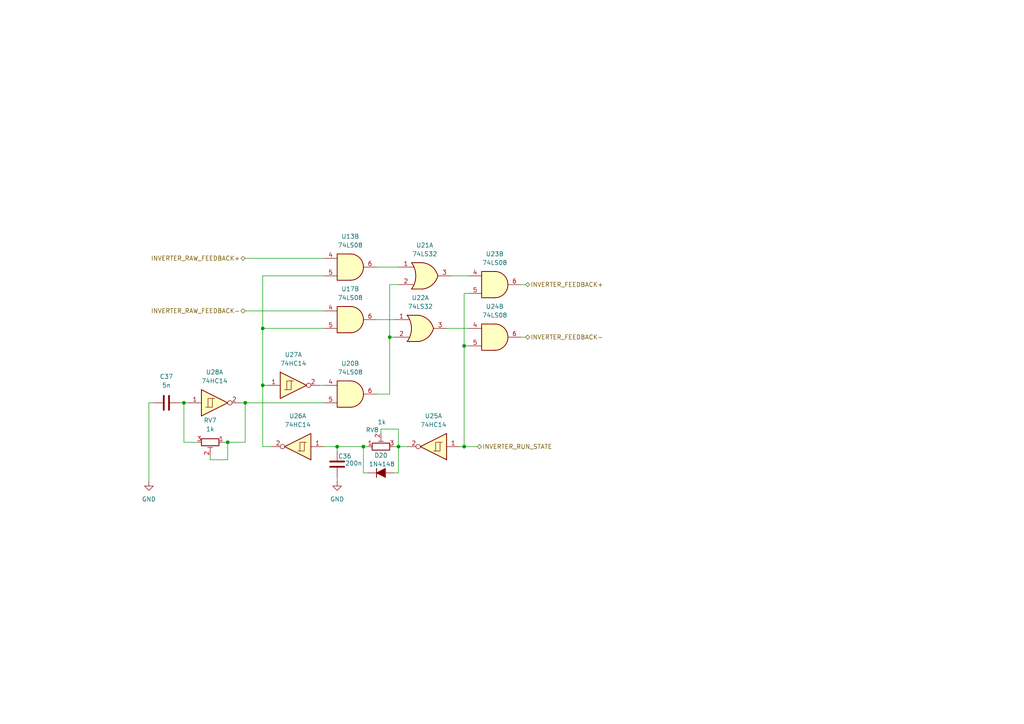
<source format=kicad_sch>
(kicad_sch (version 20250114) (generator "eeschema") (generator_version "9.0")
  (paper "A4")
  (lib_symbols
    (symbol "74xx:74HC14" (pin_names (offset 1.016))
      (property "Reference" "U" (at 0 1.27 0))
      (property "Value" "74HC14" (at 0 -1.27 0))
      (symbol "74HC14_1_0"
        (polyline (pts (xy -3.81 3.81) (xy -3.81 -3.81) (xy 3.81 0) (xy -3.81 3.81)) (stroke (width 0.254)) (fill (type background)))
        (pin input line (at -7.62 0 0) (length 3.81) (name "~") (number "1"))
        (pin output inverted (at 7.62 0 180) (length 3.81) (name "~") (number "2"))
      )
      (symbol "74HC14_1_1"
        (polyline (pts (xy -2.54 -1.27) (xy -0.635 -1.27) (xy -0.635 1.27) (xy 0 1.27)))
        (polyline (pts (xy -1.905 -1.27) (xy -1.905 1.27) (xy -0.635 1.27)))
      )
      (symbol "74HC14_2_0"
        (polyline (pts (xy -3.81 3.81) (xy -3.81 -3.81) (xy 3.81 0) (xy -3.81 3.81)) (stroke (width 0.254)) (fill (type background)))
        (pin input line (at -7.62 0 0) (length 3.81) (name "~") (number "3"))
        (pin output inverted (at 7.62 0 180) (length 3.81) (name "~") (number "4"))
      )
      (symbol "74HC14_2_1"
        (polyline (pts (xy -2.54 -1.27) (xy -0.635 -1.27) (xy -0.635 1.27) (xy 0 1.27)))
        (polyline (pts (xy -1.905 -1.27) (xy -1.905 1.27) (xy -0.635 1.27)))
      )
      (symbol "74HC14_3_0"
        (polyline (pts (xy -3.81 3.81) (xy -3.81 -3.81) (xy 3.81 0) (xy -3.81 3.81)) (stroke (width 0.254)) (fill (type background)))
        (pin input line (at -7.62 0 0) (length 3.81) (name "~") (number "5"))
        (pin output inverted (at 7.62 0 180) (length 3.81) (name "~") (number "6"))
      )
      (symbol "74HC14_3_1"
        (polyline (pts (xy -2.54 -1.27) (xy -0.635 -1.27) (xy -0.635 1.27) (xy 0 1.27)))
        (polyline (pts (xy -1.905 -1.27) (xy -1.905 1.27) (xy -0.635 1.27)))
      )
      (symbol "74HC14_4_0"
        (polyline (pts (xy -3.81 3.81) (xy -3.81 -3.81) (xy 3.81 0) (xy -3.81 3.81)) (stroke (width 0.254)) (fill (type background)))
        (pin input line (at -7.62 0 0) (length 3.81) (name "~") (number "9"))
        (pin output inverted (at 7.62 0 180) (length 3.81) (name "~") (number "8"))
      )
      (symbol "74HC14_4_1"
        (polyline (pts (xy -2.54 -1.27) (xy -0.635 -1.27) (xy -0.635 1.27) (xy 0 1.27)))
        (polyline (pts (xy -1.905 -1.27) (xy -1.905 1.27) (xy -0.635 1.27)))
      )
      (symbol "74HC14_5_0"
        (polyline (pts (xy -3.81 3.81) (xy -3.81 -3.81) (xy 3.81 0) (xy -3.81 3.81)) (stroke (width 0.254)) (fill (type background)))
        (pin input line (at -7.62 0 0) (length 3.81) (name "~") (number "11"))
        (pin output inverted (at 7.62 0 180) (length 3.81) (name "~") (number "10"))
      )
      (symbol "74HC14_5_1"
        (polyline (pts (xy -2.54 -1.27) (xy -0.635 -1.27) (xy -0.635 1.27) (xy 0 1.27)))
        (polyline (pts (xy -1.905 -1.27) (xy -1.905 1.27) (xy -0.635 1.27)))
      )
      (symbol "74HC14_6_0"
        (polyline (pts (xy -3.81 3.81) (xy -3.81 -3.81) (xy 3.81 0) (xy -3.81 3.81)) (stroke (width 0.254)) (fill (type background)))
        (pin input line (at -7.62 0 0) (length 3.81) (name "~") (number "13"))
        (pin output inverted (at 7.62 0 180) (length 3.81) (name "~") (number "12"))
      )
      (symbol "74HC14_6_1"
        (polyline (pts (xy -2.54 -1.27) (xy -0.635 -1.27) (xy -0.635 1.27) (xy 0 1.27)))
        (polyline (pts (xy -1.905 -1.27) (xy -1.905 1.27) (xy -0.635 1.27)))
      )
      (symbol "74HC14_7_0"
        (pin power_in line (at 0 12.7 270) (length 5.08) (name "VCC") (number "14"))
        (pin power_in line (at 0 -12.7 90) (length 5.08) (name "GND") (number "7"))
      )
      (symbol "74HC14_7_1"
        (rectangle (start -5.08 7.62) (end 5.08 -7.62) (stroke (width 0.254)) (fill (type background)))
      )
    )
    (symbol "74xx:74LS08" (pin_names (offset 1.016))
      (property "Reference" "U" (at 0 1.27 0))
      (property "Value" "74LS08" (at 0 -1.27 0))
      (symbol "74LS08_1_1"
        (arc (start 0 3.81) (mid 3.7934 0) (end 0 -3.81) (stroke (width 0.254)) (fill (type background)))
        (polyline (pts (xy 0 3.81) (xy -3.81 3.81) (xy -3.81 -3.81) (xy 0 -3.81)) (stroke (width 0.254)) (fill (type background)))
        (pin input line (at -7.62 2.54 0) (length 3.81) (name "~") (number "1"))
        (pin input line (at -7.62 -2.54 0) (length 3.81) (name "~") (number "2"))
        (pin output line (at 7.62 0 180) (length 3.81) (name "~") (number "3"))
      )
      (symbol "74LS08_1_2"
        (arc (start -3.81 3.81) (mid -2.589 0) (end -3.81 -3.81) (stroke (width 0.254)))
        (polyline (pts (xy -3.81 3.81) (xy -0.635 3.81)) (stroke (width 0.254)) (fill (type background)))
        (polyline (pts (xy -3.81 -3.81) (xy -0.635 -3.81)) (stroke (width 0.254)) (fill (type background)))
        (arc (start 3.81 0) (mid 2.1855 -2.584) (end -0.6096 -3.81) (stroke (width 0.254)) (fill (type background)))
        (arc (start -0.6096 3.81) (mid 2.1928 2.5924) (end 3.81 0) (stroke (width 0.254)) (fill (type background)))
        (polyline (pts (xy -0.635 3.81) (xy -3.81 3.81) (xy -3.81 3.81) (xy -3.556 3.4036) (xy -3.0226 2.2606) (xy -2.6924 1.0414) (xy -2.6162 -0.254) (xy -2.7686 -1.4986) (xy -3.175 -2.7178) (xy -3.81 -3.81) (xy -3.81 -3.81) (xy -0.635 -3.81)) (stroke (width -25.4)) (fill (type background)))
        (pin input inverted (at -7.62 2.54 0) (length 4.318) (name "~") (number "1"))
        (pin input inverted (at -7.62 -2.54 0) (length 4.318) (name "~") (number "2"))
        (pin output inverted (at 7.62 0 180) (length 3.81) (name "~") (number "3"))
      )
      (symbol "74LS08_2_1"
        (arc (start 0 3.81) (mid 3.7934 0) (end 0 -3.81) (stroke (width 0.254)) (fill (type background)))
        (polyline (pts (xy 0 3.81) (xy -3.81 3.81) (xy -3.81 -3.81) (xy 0 -3.81)) (stroke (width 0.254)) (fill (type background)))
        (pin input line (at -7.62 2.54 0) (length 3.81) (name "~") (number "4"))
        (pin input line (at -7.62 -2.54 0) (length 3.81) (name "~") (number "5"))
        (pin output line (at 7.62 0 180) (length 3.81) (name "~") (number "6"))
      )
      (symbol "74LS08_2_2"
        (arc (start -3.81 3.81) (mid -2.589 0) (end -3.81 -3.81) (stroke (width 0.254)))
        (polyline (pts (xy -3.81 3.81) (xy -0.635 3.81)) (stroke (width 0.254)) (fill (type background)))
        (polyline (pts (xy -3.81 -3.81) (xy -0.635 -3.81)) (stroke (width 0.254)) (fill (type background)))
        (arc (start 3.81 0) (mid 2.1855 -2.584) (end -0.6096 -3.81) (stroke (width 0.254)) (fill (type background)))
        (arc (start -0.6096 3.81) (mid 2.1928 2.5924) (end 3.81 0) (stroke (width 0.254)) (fill (type background)))
        (polyline (pts (xy -0.635 3.81) (xy -3.81 3.81) (xy -3.81 3.81) (xy -3.556 3.4036) (xy -3.0226 2.2606) (xy -2.6924 1.0414) (xy -2.6162 -0.254) (xy -2.7686 -1.4986) (xy -3.175 -2.7178) (xy -3.81 -3.81) (xy -3.81 -3.81) (xy -0.635 -3.81)) (stroke (width -25.4)) (fill (type background)))
        (pin input inverted (at -7.62 2.54 0) (length 4.318) (name "~") (number "4"))
        (pin input inverted (at -7.62 -2.54 0) (length 4.318) (name "~") (number "5"))
        (pin output inverted (at 7.62 0 180) (length 3.81) (name "~") (number "6"))
      )
      (symbol "74LS08_3_1"
        (arc (start 0 3.81) (mid 3.7934 0) (end 0 -3.81) (stroke (width 0.254)) (fill (type background)))
        (polyline (pts (xy 0 3.81) (xy -3.81 3.81) (xy -3.81 -3.81) (xy 0 -3.81)) (stroke (width 0.254)) (fill (type background)))
        (pin input line (at -7.62 2.54 0) (length 3.81) (name "~") (number "9"))
        (pin input line (at -7.62 -2.54 0) (length 3.81) (name "~") (number "10"))
        (pin output line (at 7.62 0 180) (length 3.81) (name "~") (number "8"))
      )
      (symbol "74LS08_3_2"
        (arc (start -3.81 3.81) (mid -2.589 0) (end -3.81 -3.81) (stroke (width 0.254)))
        (polyline (pts (xy -3.81 3.81) (xy -0.635 3.81)) (stroke (width 0.254)) (fill (type background)))
        (polyline (pts (xy -3.81 -3.81) (xy -0.635 -3.81)) (stroke (width 0.254)) (fill (type background)))
        (arc (start 3.81 0) (mid 2.1855 -2.584) (end -0.6096 -3.81) (stroke (width 0.254)) (fill (type background)))
        (arc (start -0.6096 3.81) (mid 2.1928 2.5924) (end 3.81 0) (stroke (width 0.254)) (fill (type background)))
        (polyline (pts (xy -0.635 3.81) (xy -3.81 3.81) (xy -3.81 3.81) (xy -3.556 3.4036) (xy -3.0226 2.2606) (xy -2.6924 1.0414) (xy -2.6162 -0.254) (xy -2.7686 -1.4986) (xy -3.175 -2.7178) (xy -3.81 -3.81) (xy -3.81 -3.81) (xy -0.635 -3.81)) (stroke (width -25.4)) (fill (type background)))
        (pin input inverted (at -7.62 2.54 0) (length 4.318) (name "~") (number "9"))
        (pin input inverted (at -7.62 -2.54 0) (length 4.318) (name "~") (number "10"))
        (pin output inverted (at 7.62 0 180) (length 3.81) (name "~") (number "8"))
      )
      (symbol "74LS08_4_1"
        (arc (start 0 3.81) (mid 3.7934 0) (end 0 -3.81) (stroke (width 0.254)) (fill (type background)))
        (polyline (pts (xy 0 3.81) (xy -3.81 3.81) (xy -3.81 -3.81) (xy 0 -3.81)) (stroke (width 0.254)) (fill (type background)))
        (pin input line (at -7.62 2.54 0) (length 3.81) (name "~") (number "12"))
        (pin input line (at -7.62 -2.54 0) (length 3.81) (name "~") (number "13"))
        (pin output line (at 7.62 0 180) (length 3.81) (name "~") (number "11"))
      )
      (symbol "74LS08_4_2"
        (arc (start -3.81 3.81) (mid -2.589 0) (end -3.81 -3.81) (stroke (width 0.254)))
        (polyline (pts (xy -3.81 3.81) (xy -0.635 3.81)) (stroke (width 0.254)) (fill (type background)))
        (polyline (pts (xy -3.81 -3.81) (xy -0.635 -3.81)) (stroke (width 0.254)) (fill (type background)))
        (arc (start 3.81 0) (mid 2.1855 -2.584) (end -0.6096 -3.81) (stroke (width 0.254)) (fill (type background)))
        (arc (start -0.6096 3.81) (mid 2.1928 2.5924) (end 3.81 0) (stroke (width 0.254)) (fill (type background)))
        (polyline (pts (xy -0.635 3.81) (xy -3.81 3.81) (xy -3.81 3.81) (xy -3.556 3.4036) (xy -3.0226 2.2606) (xy -2.6924 1.0414) (xy -2.6162 -0.254) (xy -2.7686 -1.4986) (xy -3.175 -2.7178) (xy -3.81 -3.81) (xy -3.81 -3.81) (xy -0.635 -3.81)) (stroke (width -25.4)) (fill (type background)))
        (pin input inverted (at -7.62 2.54 0) (length 4.318) (name "~") (number "12"))
        (pin input inverted (at -7.62 -2.54 0) (length 4.318) (name "~") (number "13"))
        (pin output inverted (at 7.62 0 180) (length 3.81) (name "~") (number "11"))
      )
      (symbol "74LS08_5_0"
        (pin power_in line (at 0 12.7 270) (length 5.08) (name "VCC") (number "14"))
        (pin power_in line (at 0 -12.7 90) (length 5.08) (name "GND") (number "7"))
      )
      (symbol "74LS08_5_1"
        (rectangle (start -5.08 7.62) (end 5.08 -7.62) (stroke (width 0.254)) (fill (type background)))
      )
    )
    (symbol "74xx:74LS32" (pin_names (offset 1.016))
      (property "Reference" "U" (at 0 1.27 0))
      (property "Value" "74LS32" (at 0 -1.27 0))
      (symbol "74LS32_1_1"
        (arc (start -3.81 3.81) (mid -2.589 0) (end -3.81 -3.81) (stroke (width 0.254)))
        (polyline (pts (xy -3.81 3.81) (xy -0.635 3.81)) (stroke (width 0.254)) (fill (type background)))
        (polyline (pts (xy -3.81 -3.81) (xy -0.635 -3.81)) (stroke (width 0.254)) (fill (type background)))
        (arc (start 3.81 0) (mid 2.1855 -2.584) (end -0.6096 -3.81) (stroke (width 0.254)) (fill (type background)))
        (arc (start -0.6096 3.81) (mid 2.1928 2.5924) (end 3.81 0) (stroke (width 0.254)) (fill (type background)))
        (polyline (pts (xy -0.635 3.81) (xy -3.81 3.81) (xy -3.81 3.81) (xy -3.556 3.4036) (xy -3.0226 2.2606) (xy -2.6924 1.0414) (xy -2.6162 -0.254) (xy -2.7686 -1.4986) (xy -3.175 -2.7178) (xy -3.81 -3.81) (xy -3.81 -3.81) (xy -0.635 -3.81)) (stroke (width -25.4)) (fill (type background)))
        (pin input line (at -7.62 2.54 0) (length 4.318) (name "~") (number "1"))
        (pin input line (at -7.62 -2.54 0) (length 4.318) (name "~") (number "2"))
        (pin output line (at 7.62 0 180) (length 3.81) (name "~") (number "3"))
      )
      (symbol "74LS32_1_2"
        (arc (start 0 3.81) (mid 3.7934 0) (end 0 -3.81) (stroke (width 0.254)) (fill (type background)))
        (polyline (pts (xy 0 3.81) (xy -3.81 3.81) (xy -3.81 -3.81) (xy 0 -3.81)) (stroke (width 0.254)) (fill (type background)))
        (pin input inverted (at -7.62 2.54 0) (length 3.81) (name "~") (number "1"))
        (pin input inverted (at -7.62 -2.54 0) (length 3.81) (name "~") (number "2"))
        (pin output inverted (at 7.62 0 180) (length 3.81) (name "~") (number "3"))
      )
      (symbol "74LS32_2_1"
        (arc (start -3.81 3.81) (mid -2.589 0) (end -3.81 -3.81) (stroke (width 0.254)))
        (polyline (pts (xy -3.81 3.81) (xy -0.635 3.81)) (stroke (width 0.254)) (fill (type background)))
        (polyline (pts (xy -3.81 -3.81) (xy -0.635 -3.81)) (stroke (width 0.254)) (fill (type background)))
        (arc (start 3.81 0) (mid 2.1855 -2.584) (end -0.6096 -3.81) (stroke (width 0.254)) (fill (type background)))
        (arc (start -0.6096 3.81) (mid 2.1928 2.5924) (end 3.81 0) (stroke (width 0.254)) (fill (type background)))
        (polyline (pts (xy -0.635 3.81) (xy -3.81 3.81) (xy -3.81 3.81) (xy -3.556 3.4036) (xy -3.0226 2.2606) (xy -2.6924 1.0414) (xy -2.6162 -0.254) (xy -2.7686 -1.4986) (xy -3.175 -2.7178) (xy -3.81 -3.81) (xy -3.81 -3.81) (xy -0.635 -3.81)) (stroke (width -25.4)) (fill (type background)))
        (pin input line (at -7.62 2.54 0) (length 4.318) (name "~") (number "4"))
        (pin input line (at -7.62 -2.54 0) (length 4.318) (name "~") (number "5"))
        (pin output line (at 7.62 0 180) (length 3.81) (name "~") (number "6"))
      )
      (symbol "74LS32_2_2"
        (arc (start 0 3.81) (mid 3.7934 0) (end 0 -3.81) (stroke (width 0.254)) (fill (type background)))
        (polyline (pts (xy 0 3.81) (xy -3.81 3.81) (xy -3.81 -3.81) (xy 0 -3.81)) (stroke (width 0.254)) (fill (type background)))
        (pin input inverted (at -7.62 2.54 0) (length 3.81) (name "~") (number "4"))
        (pin input inverted (at -7.62 -2.54 0) (length 3.81) (name "~") (number "5"))
        (pin output inverted (at 7.62 0 180) (length 3.81) (name "~") (number "6"))
      )
      (symbol "74LS32_3_1"
        (arc (start -3.81 3.81) (mid -2.589 0) (end -3.81 -3.81) (stroke (width 0.254)))
        (polyline (pts (xy -3.81 3.81) (xy -0.635 3.81)) (stroke (width 0.254)) (fill (type background)))
        (polyline (pts (xy -3.81 -3.81) (xy -0.635 -3.81)) (stroke (width 0.254)) (fill (type background)))
        (arc (start 3.81 0) (mid 2.1855 -2.584) (end -0.6096 -3.81) (stroke (width 0.254)) (fill (type background)))
        (arc (start -0.6096 3.81) (mid 2.1928 2.5924) (end 3.81 0) (stroke (width 0.254)) (fill (type background)))
        (polyline (pts (xy -0.635 3.81) (xy -3.81 3.81) (xy -3.81 3.81) (xy -3.556 3.4036) (xy -3.0226 2.2606) (xy -2.6924 1.0414) (xy -2.6162 -0.254) (xy -2.7686 -1.4986) (xy -3.175 -2.7178) (xy -3.81 -3.81) (xy -3.81 -3.81) (xy -0.635 -3.81)) (stroke (width -25.4)) (fill (type background)))
        (pin input line (at -7.62 2.54 0) (length 4.318) (name "~") (number "9"))
        (pin input line (at -7.62 -2.54 0) (length 4.318) (name "~") (number "10"))
        (pin output line (at 7.62 0 180) (length 3.81) (name "~") (number "8"))
      )
      (symbol "74LS32_3_2"
        (arc (start 0 3.81) (mid 3.7934 0) (end 0 -3.81) (stroke (width 0.254)) (fill (type background)))
        (polyline (pts (xy 0 3.81) (xy -3.81 3.81) (xy -3.81 -3.81) (xy 0 -3.81)) (stroke (width 0.254)) (fill (type background)))
        (pin input inverted (at -7.62 2.54 0) (length 3.81) (name "~") (number "9"))
        (pin input inverted (at -7.62 -2.54 0) (length 3.81) (name "~") (number "10"))
        (pin output inverted (at 7.62 0 180) (length 3.81) (name "~") (number "8"))
      )
      (symbol "74LS32_4_1"
        (arc (start -3.81 3.81) (mid -2.589 0) (end -3.81 -3.81) (stroke (width 0.254)))
        (polyline (pts (xy -3.81 3.81) (xy -0.635 3.81)) (stroke (width 0.254)) (fill (type background)))
        (polyline (pts (xy -3.81 -3.81) (xy -0.635 -3.81)) (stroke (width 0.254)) (fill (type background)))
        (arc (start 3.81 0) (mid 2.1855 -2.584) (end -0.6096 -3.81) (stroke (width 0.254)) (fill (type background)))
        (arc (start -0.6096 3.81) (mid 2.1928 2.5924) (end 3.81 0) (stroke (width 0.254)) (fill (type background)))
        (polyline (pts (xy -0.635 3.81) (xy -3.81 3.81) (xy -3.81 3.81) (xy -3.556 3.4036) (xy -3.0226 2.2606) (xy -2.6924 1.0414) (xy -2.6162 -0.254) (xy -2.7686 -1.4986) (xy -3.175 -2.7178) (xy -3.81 -3.81) (xy -3.81 -3.81) (xy -0.635 -3.81)) (stroke (width -25.4)) (fill (type background)))
        (pin input line (at -7.62 2.54 0) (length 4.318) (name "~") (number "12"))
        (pin input line (at -7.62 -2.54 0) (length 4.318) (name "~") (number "13"))
        (pin output line (at 7.62 0 180) (length 3.81) (name "~") (number "11"))
      )
      (symbol "74LS32_4_2"
        (arc (start 0 3.81) (mid 3.7934 0) (end 0 -3.81) (stroke (width 0.254)) (fill (type background)))
        (polyline (pts (xy 0 3.81) (xy -3.81 3.81) (xy -3.81 -3.81) (xy 0 -3.81)) (stroke (width 0.254)) (fill (type background)))
        (pin input inverted (at -7.62 2.54 0) (length 3.81) (name "~") (number "12"))
        (pin input inverted (at -7.62 -2.54 0) (length 3.81) (name "~") (number "13"))
        (pin output inverted (at 7.62 0 180) (length 3.81) (name "~") (number "11"))
      )
      (symbol "74LS32_5_0"
        (pin power_in line (at 0 12.7 270) (length 5.08) (name "VCC") (number "14"))
        (pin power_in line (at 0 -12.7 90) (length 5.08) (name "GND") (number "7"))
      )
      (symbol "74LS32_5_1"
        (rectangle (start -5.08 7.62) (end 5.08 -7.62) (stroke (width 0.254)) (fill (type background)))
      )
    )
    (symbol "Device:C" (pin_numbers (hide yes)) (pin_names (offset 0.254))
      (property "Reference" "C" (at 0.635 2.54 0))
      (property "Value" "C" (at 0.635 -2.54 0))
      (symbol "C_0_1"
        (polyline (pts (xy -2.032 0.762) (xy 2.032 0.762)) (stroke (width 0.508)))
        (polyline (pts (xy -2.032 -0.762) (xy 2.032 -0.762)) (stroke (width 0.508)))
      )
      (symbol "C_1_1"
        (pin passive line (at 0 3.81 270) (length 2.794) (name "~") (number "1"))
        (pin passive line (at 0 -3.81 90) (length 2.794) (name "~") (number "2"))
      )
    )
    (symbol "Device:R_Potentiometer_Trim" (pin_names (offset 1.016) (hide yes))
      (property "Reference" "RV" (at -4.445 0 90))
      (property "Value" "R_Potentiometer_Trim" (at -2.54 0 90))
      (symbol "R_Potentiometer_Trim_0_1"
        (rectangle (start 1.016 2.54) (end -1.016 -2.54) (stroke (width 0.254)))
        (polyline (pts (xy 1.524 0.762) (xy 1.524 -0.762)))
        (polyline (pts (xy 2.54 0) (xy 1.524 0)))
      )
      (symbol "R_Potentiometer_Trim_1_1"
        (pin passive line (at 0 3.81 270) (length 1.27) (name "1") (number "1"))
        (pin passive line (at 0 -3.81 90) (length 1.27) (name "3") (number "3"))
        (pin passive line (at 3.81 0 180) (length 1.27) (name "2") (number "2"))
      )
    )
    (symbol "PCM_Diode_AKL:1N4148" (pin_numbers (hide yes)) (pin_names (offset 1.016) (hide yes))
      (property "Reference" "D" (at 0 5.08 0))
      (property "Value" "1N4148" (at 0 2.54 0))
      (symbol "1N4148_0_1"
        (polyline (pts (xy -1.27 1.27) (xy -1.27 -1.27) (xy 1.27 0) (xy -1.27 1.27)) (stroke (width 0.254)) (fill (type outline)))
        (polyline (pts (xy -1.27 0) (xy 1.27 0)))
        (polyline (pts (xy 1.27 1.27) (xy 1.27 -1.27)) (stroke (width 0.254)))
      )
      (symbol "1N4148_0_2"
        (polyline (pts (xy -2.54 -2.54) (xy 2.54 2.54)))
        (polyline (pts (xy -0.889 -0.889) (xy -1.778 0) (xy 0.889 0.889) (xy 0 -1.778) (xy -0.889 -0.889)) (stroke (width 0.254)) (fill (type outline)))
        (polyline (pts (xy 0 1.778) (xy 1.778 0)) (stroke (width 0.254)))
      )
      (symbol "1N4148_1_1"
        (pin passive line (at -3.81 0 0) (length 2.54) (name "A") (number "2"))
        (pin passive line (at 3.81 0 180) (length 2.54) (name "K") (number "1"))
      )
      (symbol "1N4148_1_2"
        (pin passive line (at -2.54 -2.54 0) (length 0) (name "A") (number "2"))
        (pin passive line (at 2.54 2.54 180) (length 0) (name "K") (number "1"))
      )
    )
    (symbol "power:GND" (power) (pin_numbers (hide yes)) (pin_names (offset 0) (hide yes))
      (property "Value" "GND" (at 0 -3.81 0))
      (symbol "GND_0_1"
        (polyline (pts (xy 0 0) (xy 0 -1.27) (xy 1.27 -1.27) (xy 0 -2.54) (xy -1.27 -1.27) (xy 0 -1.27)))
      )
      (symbol "GND_1_1"
        (pin power_in line (at 0 0 270) (length 0) (name "~") (number "1"))
      )
    )
  )
  (junction (at 71.12 116.84))
  (junction (at 115.57 129.54))
  (junction (at 134.62 129.54))
  (junction (at 97.79 129.54))
  (junction (at 66.04 128.27))
  (junction (at 113.03 97.79))
  (junction (at 105.41 129.54))
  (junction (at 76.2 95.25))
  (junction (at 134.62 100.33))
  (junction (at 53.34 116.84))
  (junction (at 76.2 111.76))
  (wire (pts (xy 134.62 85.09) (xy 134.62 100.33)))
  (wire (pts (xy 92.71 111.76) (xy 93.98 111.76)))
  (wire (pts (xy 66.04 128.27) (xy 71.12 128.27)))
  (wire (pts (xy 110.49 124.46) (xy 115.57 124.46)))
  (wire (pts (xy 60.96 133.35) (xy 66.04 133.35)))
  (wire (pts (xy 76.2 80.01) (xy 93.98 80.01)))
  (wire (pts (xy 57.15 128.27) (xy 53.34 128.27)))
  (wire (pts (xy 76.2 95.25) (xy 93.98 95.25)))
  (wire (pts (xy 115.57 124.46) (xy 115.57 129.54)))
  (wire (pts (xy 78.74 129.54) (xy 76.2 129.54)))
  (wire (pts (xy 109.22 77.47) (xy 115.57 77.47)))
  (wire (pts (xy 97.79 129.54) (xy 105.41 129.54)))
  (wire (pts (xy 113.03 82.55) (xy 115.57 82.55)))
  (wire (pts (xy 151.13 97.79) (xy 152.4 97.79)))
  (wire (pts (xy 69.85 116.84) (xy 71.12 116.84)))
  (wire (pts (xy 71.12 116.84) (xy 93.98 116.84)))
  (wire (pts (xy 138.43 129.54) (xy 134.62 129.54)))
  (wire (pts (xy 105.41 137.16) (xy 106.68 137.16)))
  (wire (pts (xy 133.35 129.54) (xy 134.62 129.54)))
  (wire (pts (xy 151.13 82.55) (xy 152.4 82.55)))
  (wire (pts (xy 130.81 80.01) (xy 135.89 80.01)))
  (wire (pts (xy 114.3 129.54) (xy 115.57 129.54)))
  (wire (pts (xy 93.98 129.54) (xy 97.79 129.54)))
  (wire (pts (xy 97.79 138.43) (xy 97.79 139.7)))
  (wire (pts (xy 76.2 111.76) (xy 76.2 129.54)))
  (wire (pts (xy 76.2 111.76) (xy 77.47 111.76)))
  (wire (pts (xy 135.89 85.09) (xy 134.62 85.09)))
  (wire (pts (xy 76.2 95.25) (xy 76.2 80.01)))
  (wire (pts (xy 115.57 137.16) (xy 114.3 137.16)))
  (wire (pts (xy 53.34 128.27) (xy 53.34 116.84)))
  (wire (pts (xy 71.12 128.27) (xy 71.12 116.84)))
  (wire (pts (xy 64.77 128.27) (xy 66.04 128.27)))
  (wire (pts (xy 113.03 97.79) (xy 114.3 97.79)))
  (wire (pts (xy 43.18 116.84) (xy 44.45 116.84)))
  (wire (pts (xy 53.34 116.84) (xy 54.61 116.84)))
  (wire (pts (xy 105.41 129.54) (xy 105.41 137.16)))
  (wire (pts (xy 43.18 116.84) (xy 43.18 139.7)))
  (wire (pts (xy 134.62 100.33) (xy 135.89 100.33)))
  (wire (pts (xy 109.22 114.3) (xy 113.03 114.3)))
  (wire (pts (xy 115.57 129.54) (xy 118.11 129.54)))
  (wire (pts (xy 110.49 125.73) (xy 110.49 124.46)))
  (wire (pts (xy 66.04 133.35) (xy 66.04 128.27)))
  (wire (pts (xy 60.96 133.35) (xy 60.96 132.08)))
  (wire (pts (xy 134.62 100.33) (xy 134.62 129.54)))
  (wire (pts (xy 71.12 90.17) (xy 93.98 90.17)))
  (wire (pts (xy 113.03 97.79) (xy 113.03 82.55)))
  (wire (pts (xy 106.68 129.54) (xy 105.41 129.54)))
  (wire (pts (xy 71.12 74.93) (xy 93.98 74.93)))
  (wire (pts (xy 52.07 116.84) (xy 53.34 116.84)))
  (wire (pts (xy 115.57 129.54) (xy 115.57 137.16)))
  (wire (pts (xy 97.79 130.81) (xy 97.79 129.54)))
  (wire (pts (xy 113.03 114.3) (xy 113.03 97.79)))
  (wire (pts (xy 109.22 92.71) (xy 114.3 92.71)))
  (wire (pts (xy 76.2 111.76) (xy 76.2 95.25)))
  (wire (pts (xy 129.54 95.25) (xy 135.89 95.25)))
  (hierarchical_label "INVERTER_FEEDBACK+" (shape bidirectional) (at 152.4 82.55 0))
  (hierarchical_label "INVERTER_RUN_STATE" (shape bidirectional) (at 138.43 129.54 0))
  (hierarchical_label "INVERTER_FEEDBACK-" (shape bidirectional) (at 152.4 97.79 0))
  (hierarchical_label "INVERTER_RAW_FEEDBACK-" (shape bidirectional) (at 71.12 90.17 180))
  (hierarchical_label "INVERTER_RAW_FEEDBACK+" (shape bidirectional) (at 71.12 74.93 180))
  (symbol (lib_id "power:GND") (at 97.79 139.7 0) (unit 1)
    (property "Reference" "#PWR048" (effects (hide yes)))
    (property "Value" "GND" (at 97.79 144.78 0))
    (property "Description" "Power symbol creates a global label with name \"GND\" , ground" (effects (hide yes)))
  )
  (symbol (lib_id "74xx:74LS08") (at 101.6 77.47 0) (unit 2)
    (property "Reference" "U13" (at 101.5917 68.58 0))
    (property "Value" "74LS08" (at 101.5917 71.12 0))
    (property "Datasheet" "http://www.ti.com/lit/gpn/sn74LS08" (effects (hide yes)))
    (property "Description" "Quad And2" (effects (hide yes)))
  )
  (symbol (lib_id "power:GND") (at 43.18 139.7 0) (unit 1)
    (property "Reference" "#PWR049" (effects (hide yes)))
    (property "Value" "GND" (at 43.18 144.78 0))
    (property "Description" "Power symbol creates a global label with name \"GND\" , ground" (effects (hide yes)))
  )
  (symbol (lib_id "74xx:74LS32") (at 123.19 80.01 0) (unit 1)
    (property "Reference" "U21" (at 123.19 71.12 0))
    (property "Value" "74LS32" (at 123.19 73.66 0))
    (property "Datasheet" "http://www.ti.com/lit/gpn/sn74LS32" (effects (hide yes)))
    (property "Description" "Quad 2-input OR" (effects (hide yes)))
  )
  (symbol (lib_id "74xx:74LS08") (at 143.51 97.79 0) (unit 2)
    (property "Reference" "U24" (at 143.5017 88.9 0))
    (property "Value" "74LS08" (at 143.5017 91.44 0))
    (property "Datasheet" "http://www.ti.com/lit/gpn/sn74LS08" (effects (hide yes)))
    (property "Description" "Quad And2" (effects (hide yes)))
  )
  (symbol (lib_id "74xx:74LS08") (at 143.51 82.55 0) (unit 2)
    (property "Reference" "U23" (at 143.5017 73.66 0))
    (property "Value" "74LS08" (at 143.5017 76.2 0))
    (property "Datasheet" "http://www.ti.com/lit/gpn/sn74LS08" (effects (hide yes)))
    (property "Description" "Quad And2" (effects (hide yes)))
  )
  (symbol (lib_id "Device:C") (at 48.26 116.84 270) (unit 1)
    (property "Reference" "C37" (at 48.26 109.22 90))
    (property "Value" "5n" (at 48.26 111.76 90))
    (property "Description" "Unpolarized capacitor" (effects (hide yes)))
  )
  (symbol (lib_id "Device:C") (at 97.79 134.62 0) (unit 1)
    (property "Reference" "C36" (at 98.044 132.334 0) (effects (justify left)))
    (property "Value" "200n" (at 100.076 134.366 0) (effects (justify left)))
    (property "Description" "Unpolarized capacitor" (effects (hide yes)))
  )
  (symbol (lib_id "Device:R_Potentiometer_Trim") (at 60.96 128.27 270) (unit 1)
    (property "Reference" "RV7" (at 60.96 121.92 90))
    (property "Value" "1k" (at 60.96 124.46 90))
    (property "Description" "Trim-potentiometer" (effects (hide yes)))
  )
  (symbol (lib_id "74xx:74LS08") (at 101.6 114.3 0) (unit 2)
    (property "Reference" "U20" (at 101.5917 105.41 0))
    (property "Value" "74LS08" (at 101.5917 107.95 0))
    (property "Datasheet" "http://www.ti.com/lit/gpn/sn74LS08" (effects (hide yes)))
    (property "Description" "Quad And2" (effects (hide yes)))
  )
  (symbol (lib_id "Device:R_Potentiometer_Trim") (at 110.49 129.54 90) (unit 1)
    (property "Reference" "RV8" (at 107.95 124.714 90))
    (property "Value" "1k" (at 110.744 122.428 90))
    (property "Description" "Trim-potentiometer" (effects (hide yes)))
  )
  (symbol (lib_id "74xx:74HC14") (at 86.36 129.54 180) (unit 1)
    (property "Reference" "U26" (at 86.36 120.65 0))
    (property "Value" "74HC14" (at 86.36 123.19 0))
    (property "Datasheet" "http://www.ti.com/lit/gpn/sn74HC14" (effects (hide yes)))
    (property "Description" "Hex inverter schmitt trigger" (effects (hide yes)))
  )
  (symbol (lib_id "74xx:74LS08") (at 101.6 92.71 0) (unit 2)
    (property "Reference" "U17" (at 101.5917 83.82 0))
    (property "Value" "74LS08" (at 101.5917 86.36 0))
    (property "Datasheet" "http://www.ti.com/lit/gpn/sn74LS08" (effects (hide yes)))
    (property "Description" "Quad And2" (effects (hide yes)))
  )
  (symbol (lib_id "74xx:74LS32") (at 121.92 95.25 0) (unit 1)
    (property "Reference" "U22" (at 121.92 86.36 0))
    (property "Value" "74LS32" (at 121.92 88.9 0))
    (property "Datasheet" "http://www.ti.com/lit/gpn/sn74LS32" (effects (hide yes)))
    (property "Description" "Quad 2-input OR" (effects (hide yes)))
  )
  (symbol (lib_id "74xx:74HC14") (at 62.23 116.84 0) (unit 1)
    (property "Reference" "U28" (at 62.23 107.95 0))
    (property "Value" "74HC14" (at 62.23 110.49 0))
    (property "Datasheet" "http://www.ti.com/lit/gpn/sn74HC14" (effects (hide yes)))
    (property "Description" "Hex inverter schmitt trigger" (effects (hide yes)))
  )
  (symbol (lib_id "74xx:74HC14") (at 125.73 129.54 180) (unit 1)
    (property "Reference" "U25" (at 125.73 120.65 0))
    (property "Value" "74HC14" (at 125.73 123.19 0))
    (property "Datasheet" "http://www.ti.com/lit/gpn/sn74HC14" (effects (hide yes)))
    (property "Description" "Hex inverter schmitt trigger" (effects (hide yes)))
  )
  (symbol (lib_id "PCM_Diode_AKL:1N4148") (at 110.49 137.16 180) (unit 1)
    (property "Reference" "D20" (at 110.49 132.08 0))
    (property "Value" "1N4148" (at 110.744 134.62 0))
    (property "Footprint" "PCM_Diode_THT_AKL:D_DO-35_SOD27_P7.62mm_Horizontal" (effects (hide yes)))
    (property "Datasheet" "https://datasheet.octopart.com/1N4148TR-ON-Semiconductor-datasheet-42765246.pdf" (effects (hide yes)))
    (property "Description" "DO-35 Diode, Small Signal, Fast Switching, 75V, 150mA, 4ns, Alternate KiCad Library" (effects (hide yes)))
  )
  (symbol (lib_id "74xx:74HC14") (at 85.09 111.76 0) (unit 1)
    (property "Reference" "U27" (at 85.09 102.87 0))
    (property "Value" "74HC14" (at 85.09 105.41 0))
    (property "Datasheet" "http://www.ti.com/lit/gpn/sn74HC14" (effects (hide yes)))
    (property "Description" "Hex inverter schmitt trigger" (effects (hide yes)))
  )
)
</source>
